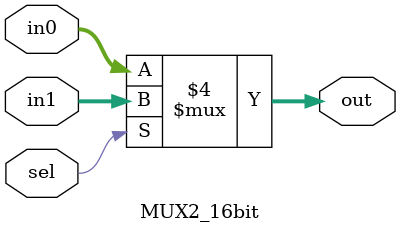
<source format=v>
module MUX2_16bit(in0, in1, sel, out);
	
	input sel;
	input [15:0] in0, in1;
	output reg [15:0] out;
	
	always @(*) begin
		if (sel == 1'b0)
			out = in0;
		else
			out = in1;
	end

endmodule

</source>
